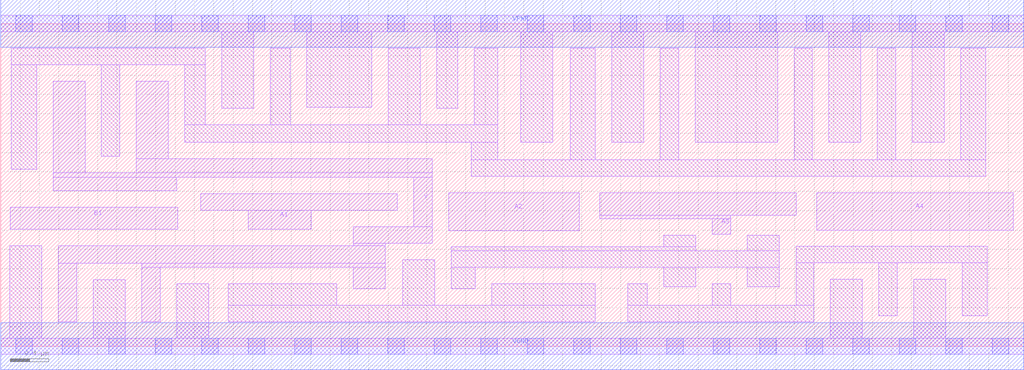
<source format=lef>
# Copyright 2020 The SkyWater PDK Authors
#
# Licensed under the Apache License, Version 2.0 (the "License");
# you may not use this file except in compliance with the License.
# You may obtain a copy of the License at
#
#     https://www.apache.org/licenses/LICENSE-2.0
#
# Unless required by applicable law or agreed to in writing, software
# distributed under the License is distributed on an "AS IS" BASIS,
# WITHOUT WARRANTIES OR CONDITIONS OF ANY KIND, either express or implied.
# See the License for the specific language governing permissions and
# limitations under the License.
#
# SPDX-License-Identifier: Apache-2.0

VERSION 5.7 ;
  NAMESCASESENSITIVE ON ;
  NOWIREEXTENSIONATPIN ON ;
  DIVIDERCHAR "/" ;
  BUSBITCHARS "[]" ;
UNITS
  DATABASE MICRONS 200 ;
END UNITS
MACRO sky130_fd_sc_lp__a41oi_4
  CLASS CORE ;
  FOREIGN sky130_fd_sc_lp__a41oi_4 ;
  ORIGIN  0.000000  0.000000 ;
  SIZE  10.56000 BY  3.330000 ;
  SYMMETRY X Y R90 ;
  SITE unit ;
  PIN A1
    ANTENNAGATEAREA  1.260000 ;
    DIRECTION INPUT ;
    USE SIGNAL ;
    PORT
      LAYER li1 ;
        RECT 2.065000 1.405000 4.095000 1.575000 ;
        RECT 2.555000 1.210000 3.205000 1.405000 ;
    END
  END A1
  PIN A2
    ANTENNAGATEAREA  1.260000 ;
    DIRECTION INPUT ;
    USE SIGNAL ;
    PORT
      LAYER li1 ;
        RECT 4.625000 1.195000 5.975000 1.585000 ;
    END
  END A2
  PIN A3
    ANTENNAGATEAREA  1.260000 ;
    DIRECTION INPUT ;
    USE SIGNAL ;
    PORT
      LAYER li1 ;
        RECT 6.185000 1.315000 7.535000 1.355000 ;
        RECT 6.185000 1.355000 8.215000 1.585000 ;
        RECT 7.345000 1.155000 7.535000 1.315000 ;
    END
  END A3
  PIN A4
    ANTENNAGATEAREA  1.260000 ;
    DIRECTION INPUT ;
    USE SIGNAL ;
    PORT
      LAYER li1 ;
        RECT 8.425000 1.200000 10.455000 1.585000 ;
    END
  END A4
  PIN B1
    ANTENNAGATEAREA  1.260000 ;
    DIRECTION INPUT ;
    USE SIGNAL ;
    PORT
      LAYER li1 ;
        RECT 0.100000 1.210000 1.825000 1.435000 ;
    END
  END B1
  PIN Y
    ANTENNADIFFAREA  1.646400 ;
    DIRECTION OUTPUT ;
    USE SIGNAL ;
    PORT
      LAYER li1 ;
        RECT 0.540000 1.605000 1.815000 1.745000 ;
        RECT 0.540000 1.745000 4.455000 1.790000 ;
        RECT 0.540000 1.790000 0.870000 2.735000 ;
        RECT 0.595000 0.255000 0.785000 0.855000 ;
        RECT 0.595000 0.855000 3.970000 1.040000 ;
        RECT 1.400000 1.790000 4.455000 1.935000 ;
        RECT 1.400000 1.935000 1.730000 2.735000 ;
        RECT 1.455000 0.255000 1.645000 0.815000 ;
        RECT 1.455000 0.815000 3.970000 0.855000 ;
        RECT 3.640000 0.595000 3.970000 0.815000 ;
        RECT 3.640000 1.040000 3.970000 1.065000 ;
        RECT 3.640000 1.065000 4.455000 1.235000 ;
        RECT 4.265000 1.235000 4.455000 1.745000 ;
    END
  END Y
  PIN VGND
    DIRECTION INOUT ;
    USE GROUND ;
    PORT
      LAYER met1 ;
        RECT 0.000000 -0.245000 10.560000 0.245000 ;
    END
  END VGND
  PIN VPWR
    DIRECTION INOUT ;
    USE POWER ;
    PORT
      LAYER met1 ;
        RECT 0.000000 3.085000 10.560000 3.575000 ;
    END
  END VPWR
  OBS
    LAYER li1 ;
      RECT 0.000000 -0.085000 10.560000 0.085000 ;
      RECT 0.000000  3.245000 10.560000 3.415000 ;
      RECT 0.095000  0.085000  0.425000 1.040000 ;
      RECT 0.110000  1.825000  0.370000 2.905000 ;
      RECT 0.110000  2.905000  2.110000 3.075000 ;
      RECT 0.955000  0.085000  1.285000 0.685000 ;
      RECT 1.040000  1.960000  1.230000 2.905000 ;
      RECT 1.815000  0.085000  2.145000 0.645000 ;
      RECT 1.900000  2.105000  5.130000 2.285000 ;
      RECT 1.900000  2.285000  2.110000 2.905000 ;
      RECT 2.280000  2.455000  2.610000 3.245000 ;
      RECT 2.350000  0.255000  6.140000 0.425000 ;
      RECT 2.350000  0.425000  3.470000 0.645000 ;
      RECT 2.780000  2.285000  2.990000 3.075000 ;
      RECT 3.160000  2.465000  3.830000 3.245000 ;
      RECT 4.000000  2.285000  4.330000 3.075000 ;
      RECT 4.150000  0.425000  4.480000 0.895000 ;
      RECT 4.500000  2.455000  4.720000 3.245000 ;
      RECT 4.650000  0.595000  4.900000 0.815000 ;
      RECT 4.650000  0.815000  8.035000 0.985000 ;
      RECT 4.650000  0.985000  7.175000 1.025000 ;
      RECT 4.860000  1.755000 10.170000 1.925000 ;
      RECT 4.860000  1.925000  5.130000 2.105000 ;
      RECT 4.890000  2.285000  5.130000 3.075000 ;
      RECT 5.070000  0.425000  6.140000 0.645000 ;
      RECT 5.370000  2.105000  5.700000 3.245000 ;
      RECT 5.880000  1.925000  6.140000 3.075000 ;
      RECT 6.310000  2.105000  6.640000 3.245000 ;
      RECT 6.475000  0.255000  8.395000 0.425000 ;
      RECT 6.475000  0.425000  6.675000 0.645000 ;
      RECT 6.810000  1.925000  7.000000 3.075000 ;
      RECT 6.845000  0.615000  7.175000 0.815000 ;
      RECT 6.845000  1.025000  7.175000 1.145000 ;
      RECT 7.170000  2.105000  8.020000 3.245000 ;
      RECT 7.345000  0.425000  7.535000 0.645000 ;
      RECT 7.705000  0.615000  8.035000 0.815000 ;
      RECT 7.705000  0.985000  8.035000 1.145000 ;
      RECT 8.190000  1.925000  8.380000 3.075000 ;
      RECT 8.215000  0.425000  8.395000 0.860000 ;
      RECT 8.215000  0.860000 10.185000 1.030000 ;
      RECT 8.550000  2.105000  8.880000 3.245000 ;
      RECT 8.565000  0.085000  8.895000 0.690000 ;
      RECT 9.050000  1.925000  9.240000 3.075000 ;
      RECT 9.065000  0.315000  9.255000 0.860000 ;
      RECT 9.410000  2.105000  9.740000 3.245000 ;
      RECT 9.425000  0.085000  9.755000 0.690000 ;
      RECT 9.910000  1.925000 10.170000 3.075000 ;
      RECT 9.925000  0.315000 10.185000 0.860000 ;
    LAYER mcon ;
      RECT  0.155000 -0.085000  0.325000 0.085000 ;
      RECT  0.155000  3.245000  0.325000 3.415000 ;
      RECT  0.635000 -0.085000  0.805000 0.085000 ;
      RECT  0.635000  3.245000  0.805000 3.415000 ;
      RECT  1.115000 -0.085000  1.285000 0.085000 ;
      RECT  1.115000  3.245000  1.285000 3.415000 ;
      RECT  1.595000 -0.085000  1.765000 0.085000 ;
      RECT  1.595000  3.245000  1.765000 3.415000 ;
      RECT  2.075000 -0.085000  2.245000 0.085000 ;
      RECT  2.075000  3.245000  2.245000 3.415000 ;
      RECT  2.555000 -0.085000  2.725000 0.085000 ;
      RECT  2.555000  3.245000  2.725000 3.415000 ;
      RECT  3.035000 -0.085000  3.205000 0.085000 ;
      RECT  3.035000  3.245000  3.205000 3.415000 ;
      RECT  3.515000 -0.085000  3.685000 0.085000 ;
      RECT  3.515000  3.245000  3.685000 3.415000 ;
      RECT  3.995000 -0.085000  4.165000 0.085000 ;
      RECT  3.995000  3.245000  4.165000 3.415000 ;
      RECT  4.475000 -0.085000  4.645000 0.085000 ;
      RECT  4.475000  3.245000  4.645000 3.415000 ;
      RECT  4.955000 -0.085000  5.125000 0.085000 ;
      RECT  4.955000  3.245000  5.125000 3.415000 ;
      RECT  5.435000 -0.085000  5.605000 0.085000 ;
      RECT  5.435000  3.245000  5.605000 3.415000 ;
      RECT  5.915000 -0.085000  6.085000 0.085000 ;
      RECT  5.915000  3.245000  6.085000 3.415000 ;
      RECT  6.395000 -0.085000  6.565000 0.085000 ;
      RECT  6.395000  3.245000  6.565000 3.415000 ;
      RECT  6.875000 -0.085000  7.045000 0.085000 ;
      RECT  6.875000  3.245000  7.045000 3.415000 ;
      RECT  7.355000 -0.085000  7.525000 0.085000 ;
      RECT  7.355000  3.245000  7.525000 3.415000 ;
      RECT  7.835000 -0.085000  8.005000 0.085000 ;
      RECT  7.835000  3.245000  8.005000 3.415000 ;
      RECT  8.315000 -0.085000  8.485000 0.085000 ;
      RECT  8.315000  3.245000  8.485000 3.415000 ;
      RECT  8.795000 -0.085000  8.965000 0.085000 ;
      RECT  8.795000  3.245000  8.965000 3.415000 ;
      RECT  9.275000 -0.085000  9.445000 0.085000 ;
      RECT  9.275000  3.245000  9.445000 3.415000 ;
      RECT  9.755000 -0.085000  9.925000 0.085000 ;
      RECT  9.755000  3.245000  9.925000 3.415000 ;
      RECT 10.235000 -0.085000 10.405000 0.085000 ;
      RECT 10.235000  3.245000 10.405000 3.415000 ;
  END
END sky130_fd_sc_lp__a41oi_4
END LIBRARY

</source>
